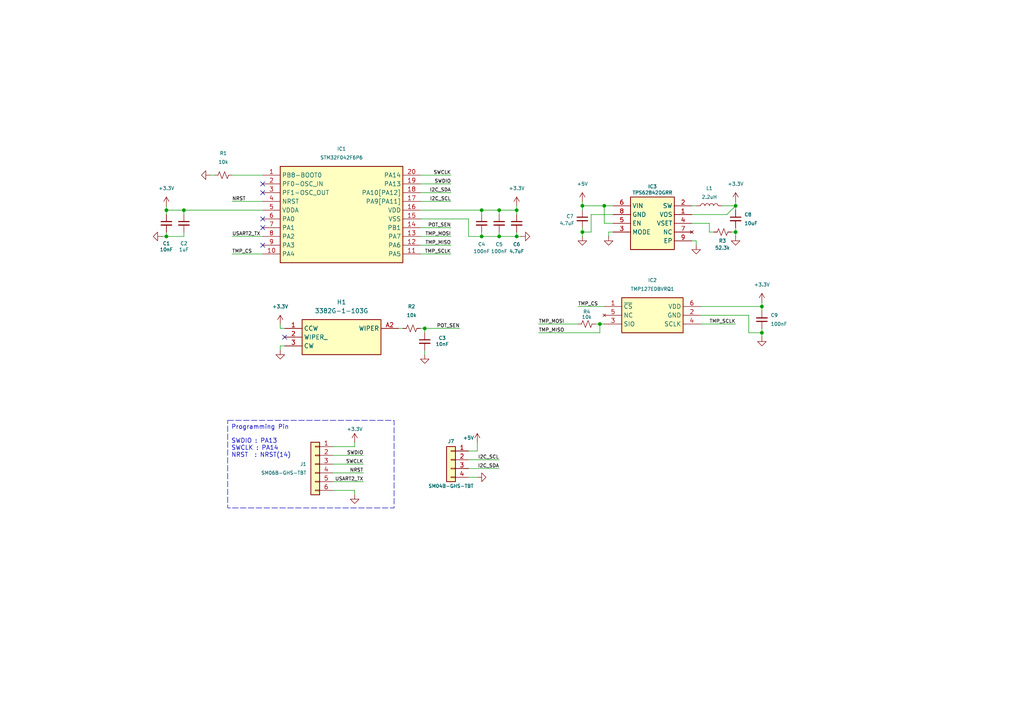
<source format=kicad_sch>
(kicad_sch (version 20250114) (generator "eeschema") (generator_version "9.0")
  (paper "A4")
  (lib_symbols
    (symbol "3382G-1-103G:3382G-1-103G"
      (property "Reference" "H" (at 29.21 7.62 0))
      (property "Value" "3382G-1-103G" (at 29.21 5.08 0))
      (symbol "3382G-1-103G_1_1"
        (rectangle (start 5.08 2.54) (end 27.94 -7.62) (stroke (width 0.254)) (fill (type background)))
        (pin passive line (at 0 0 0) (length 5.08) (name "CCW") (number "1"))
        (pin passive line (at 0 -2.54 0) (length 5.08) (name "WIPER_") (number "2"))
        (pin passive line (at 0 -5.08 0) (length 5.08) (name "CW") (number "3"))
        (pin passive line (at 33.02 0 180) (length 5.08) (name "WIPER") (number "A2"))
      )
    )
    (symbol "Connector_Generic:Conn_01x04" (pin_names (offset 1.016) (hide yes))
      (property "Reference" "J" (at 0 5.08 0))
      (property "Value" "Conn_01x04" (at 0 -7.62 0))
      (symbol "Conn_01x04_1_1"
        (rectangle (start -1.27 3.81) (end 1.27 -6.35) (stroke (width 0.254)) (fill (type background)))
        (rectangle (start -1.27 2.667) (end 0 2.413) (stroke (width 0.1524)))
        (rectangle (start -1.27 0.127) (end 0 -0.127) (stroke (width 0.1524)))
        (rectangle (start -1.27 -2.413) (end 0 -2.667) (stroke (width 0.1524)))
        (rectangle (start -1.27 -4.953) (end 0 -5.207) (stroke (width 0.1524)))
        (pin passive line (at -5.08 2.54 0) (length 3.81) (name "Pin_1") (number "1"))
        (pin passive line (at -5.08 0 0) (length 3.81) (name "Pin_2") (number "2"))
        (pin passive line (at -5.08 -2.54 0) (length 3.81) (name "Pin_3") (number "3"))
        (pin passive line (at -5.08 -5.08 0) (length 3.81) (name "Pin_4") (number "4"))
      )
    )
    (symbol "Connector_Generic:Conn_01x06" (pin_names (offset 1.016) (hide yes))
      (property "Reference" "J" (at 0 7.62 0))
      (property "Value" "Conn_01x06" (at 0 -10.16 0))
      (symbol "Conn_01x06_1_1"
        (rectangle (start -1.27 6.35) (end 1.27 -8.89) (stroke (width 0.254)) (fill (type background)))
        (rectangle (start -1.27 5.207) (end 0 4.953) (stroke (width 0.1524)))
        (rectangle (start -1.27 2.667) (end 0 2.413) (stroke (width 0.1524)))
        (rectangle (start -1.27 0.127) (end 0 -0.127) (stroke (width 0.1524)))
        (rectangle (start -1.27 -2.413) (end 0 -2.667) (stroke (width 0.1524)))
        (rectangle (start -1.27 -4.953) (end 0 -5.207) (stroke (width 0.1524)))
        (rectangle (start -1.27 -7.493) (end 0 -7.747) (stroke (width 0.1524)))
        (pin passive line (at -5.08 5.08 0) (length 3.81) (name "Pin_1") (number "1"))
        (pin passive line (at -5.08 2.54 0) (length 3.81) (name "Pin_2") (number "2"))
        (pin passive line (at -5.08 0 0) (length 3.81) (name "Pin_3") (number "3"))
        (pin passive line (at -5.08 -2.54 0) (length 3.81) (name "Pin_4") (number "4"))
        (pin passive line (at -5.08 -5.08 0) (length 3.81) (name "Pin_5") (number "5"))
        (pin passive line (at -5.08 -7.62 0) (length 3.81) (name "Pin_6") (number "6"))
      )
    )
    (symbol "Device:C_Small" (pin_numbers (hide yes)) (pin_names (offset 0.254) (hide yes))
      (property "Reference" "C" (at 0.254 1.778 0))
      (property "Value" "C_Small" (at 0.254 -2.032 0))
      (symbol "C_Small_0_1"
        (polyline (pts (xy -1.524 0.508) (xy 1.524 0.508)) (stroke (width 0.3048)))
        (polyline (pts (xy -1.524 -0.508) (xy 1.524 -0.508)) (stroke (width 0.3302)))
      )
      (symbol "C_Small_1_1"
        (pin passive line (at 0 2.54 270) (length 2.032) (name "~") (number "1"))
        (pin passive line (at 0 -2.54 90) (length 2.032) (name "~") (number "2"))
      )
    )
    (symbol "Device:L" (pin_numbers (hide yes)) (pin_names (offset 1.016) (hide yes))
      (property "Reference" "L" (at -1.27 0 90))
      (property "Value" "L" (at 1.905 0 90))
      (symbol "L_0_1"
        (arc (start 0 2.54) (mid 0.6323 1.905) (end 0 1.27))
        (arc (start 0 1.27) (mid 0.6323 0.635) (end 0 0))
        (arc (start 0 0) (mid 0.6323 -0.635) (end 0 -1.27))
        (arc (start 0 -1.27) (mid 0.6323 -1.905) (end 0 -2.54))
      )
      (symbol "L_1_1"
        (pin passive line (at 0 3.81 270) (length 1.27) (name "1") (number "1"))
        (pin passive line (at 0 -3.81 90) (length 1.27) (name "2") (number "2"))
      )
    )
    (symbol "Device:R_Small_US" (pin_numbers (hide yes)) (pin_names (offset 0.254) (hide yes))
      (property "Reference" "R" (at 0.762 0.508 0))
      (property "Value" "R_Small_US" (at 0.762 -1.016 0))
      (symbol "R_Small_US_1_1"
        (polyline (pts (xy 0 1.524) (xy 1.016 1.143) (xy 0 0.762) (xy -1.016 0.381) (xy 0 0)))
        (polyline (pts (xy 0 0) (xy 1.016 -0.381) (xy 0 -0.762) (xy -1.016 -1.143) (xy 0 -1.524)))
        (pin passive line (at 0 2.54 270) (length 1.016) (name "~") (number "1"))
        (pin passive line (at 0 -2.54 90) (length 1.016) (name "~") (number "2"))
      )
    )
    (symbol "STM32F042F6P6:STM32F042F6P6"
      (property "Reference" "IC" (at 41.91 7.62 0))
      (property "Value" "STM32F042F6P6" (at 41.91 5.08 0))
      (symbol "STM32F042F6P6_1_1"
        (rectangle (start 5.08 2.54) (end 40.64 -25.4) (stroke (width 0.254)) (fill (type background)))
        (pin passive line (at 0 0 0) (length 5.08) (name "PB8-BOOT0") (number "1"))
        (pin passive line (at 0 -2.54 0) (length 5.08) (name "PF0-OSC_IN") (number "2"))
        (pin passive line (at 0 -5.08 0) (length 5.08) (name "PF1-OSC_OUT") (number "3"))
        (pin passive line (at 0 -7.62 0) (length 5.08) (name "NRST") (number "4"))
        (pin passive line (at 0 -10.16 0) (length 5.08) (name "VDDA") (number "5"))
        (pin passive line (at 0 -12.7 0) (length 5.08) (name "PA0") (number "6"))
        (pin passive line (at 0 -15.24 0) (length 5.08) (name "PA1") (number "7"))
        (pin passive line (at 0 -17.78 0) (length 5.08) (name "PA2") (number "8"))
        (pin passive line (at 0 -20.32 0) (length 5.08) (name "PA3") (number "9"))
        (pin passive line (at 0 -22.86 0) (length 5.08) (name "PA4") (number "10"))
        (pin passive line (at 45.72 0 180) (length 5.08) (name "PA14") (number "20"))
        (pin passive line (at 45.72 -2.54 180) (length 5.08) (name "PA13") (number "19"))
        (pin passive line (at 45.72 -5.08 180) (length 5.08) (name "PA10[PA12]") (number "18"))
        (pin passive line (at 45.72 -7.62 180) (length 5.08) (name "PA9[PA11]") (number "17"))
        (pin passive line (at 45.72 -10.16 180) (length 5.08) (name "VDD") (number "16"))
        (pin passive line (at 45.72 -12.7 180) (length 5.08) (name "VSS") (number "15"))
        (pin passive line (at 45.72 -15.24 180) (length 5.08) (name "PB1") (number "14"))
        (pin passive line (at 45.72 -17.78 180) (length 5.08) (name "PA7") (number "13"))
        (pin passive line (at 45.72 -20.32 180) (length 5.08) (name "PA6") (number "12"))
        (pin passive line (at 45.72 -22.86 180) (length 5.08) (name "PA5") (number "11"))
      )
    )
    (symbol "TMP127EDBVRQ1:TMP127EDBVRQ1"
      (property "Reference" "IC3" (at 13.97 7.62 0))
      (property "Value" "TMP127EDBVRQ1" (at 13.97 5.08 0))
      (symbol "TMP127EDBVRQ1_1_1"
        (rectangle (start 5.08 2.54) (end 22.86 -7.62) (stroke (width 0.254)) (fill (type background)))
        (pin passive line (at 0 0 0) (length 5.08) (name "~{CS}") (number "1"))
        (pin no_connect line (at 0 -2.54 0) (length 5.08) (name "NC") (number "5"))
        (pin passive line (at 0 -5.08 0) (length 5.08) (name "SIO") (number "3"))
        (pin passive line (at 27.94 0 180) (length 5.08) (name "VDD") (number "6"))
        (pin passive line (at 27.94 -2.54 180) (length 5.08) (name "GND") (number "2"))
        (pin passive line (at 27.94 -5.08 180) (length 5.08) (name "SCLK") (number "4"))
      )
    )
    (symbol "TPS62842DGRR:TPS62842DGRR"
      (property "Reference" "IC" (at 0 11.43 0))
      (property "Value" "TPS62842DGRR" (at 0 8.89 0))
      (symbol "TPS62842DGRR_1_1"
        (rectangle (start -6.35 7.62) (end 6.35 -7.62) (stroke (width 0.254)) (fill (type background)))
        (pin passive line (at -11.43 5.08 0) (length 5.08) (name "VIN") (number "6"))
        (pin passive line (at -11.43 2.54 0) (length 5.08) (name "GND") (number "8"))
        (pin passive line (at -11.43 0 0) (length 5.08) (name "EN") (number "5"))
        (pin passive line (at -11.43 -2.54 0) (length 5.08) (name "MODE") (number "3"))
        (pin passive line (at 11.43 5.08 180) (length 5.08) (name "SW") (number "2"))
        (pin passive line (at 11.43 2.54 180) (length 5.08) (name "VOS") (number "1"))
        (pin passive line (at 11.43 0 180) (length 5.08) (name "VSET") (number "4"))
        (pin no_connect line (at 11.43 -2.54 180) (length 5.08) (name "NC") (number "7"))
        (pin passive line (at 11.43 -5.08 180) (length 5.08) (name "EP") (number "9"))
      )
    )
    (symbol "power:+3.3V" (power) (pin_numbers (hide yes)) (pin_names (offset 0) (hide yes))
      (property "Value" "+3.3V" (at 0 3.556 0))
      (symbol "+3.3V_0_1"
        (polyline (pts (xy -0.762 1.27) (xy 0 2.54)))
        (polyline (pts (xy 0 2.54) (xy 0.762 1.27)))
        (polyline (pts (xy 0 0) (xy 0 2.54)))
      )
      (symbol "+3.3V_1_1"
        (pin power_in line (at 0 0 90) (length 0) (name "~") (number "1"))
      )
    )
    (symbol "power:+5V" (power) (pin_numbers (hide yes)) (pin_names (offset 0) (hide yes))
      (property "Value" "+5V" (at 0 3.556 0))
      (symbol "+5V_0_1"
        (polyline (pts (xy -0.762 1.27) (xy 0 2.54)))
        (polyline (pts (xy 0 2.54) (xy 0.762 1.27)))
        (polyline (pts (xy 0 0) (xy 0 2.54)))
      )
      (symbol "+5V_1_1"
        (pin power_in line (at 0 0 90) (length 0) (name "~") (number "1"))
      )
    )
    (symbol "power:GND" (power) (pin_numbers (hide yes)) (pin_names (offset 0) (hide yes))
      (property "Value" "GND" (at 0 -3.81 0))
      (symbol "GND_0_1"
        (polyline (pts (xy 0 0) (xy 0 -1.27) (xy 1.27 -1.27) (xy 0 -2.54) (xy -1.27 -1.27) (xy 0 -1.27)))
      )
      (symbol "GND_1_1"
        (pin power_in line (at 0 0 270) (length 0) (name "~") (number "1"))
      )
    )
  )
  (rectangle (start 66.04 121.92) (end 114.3 147.32) (stroke (width 0) (type dash)))
  (text "Programming Pin" (at 67.056 124.714 0) (effects (font (size 1.27 1.27)) (justify left bottom)))
  (text "SWDIO : PA13\nSWCLK : PA14\nNRST  : NRST(14)" (at 67.056 127.254 0) (effects (font (size 1.27 1.27)) (justify left top)))
  (junction (at 139.7 68.58))
  (junction (at 144.78 68.58))
  (junction (at 53.34 60.96))
  (junction (at 213.36 67.31))
  (junction (at 149.86 60.96))
  (junction (at 168.91 59.69))
  (junction (at 139.7 60.96))
  (junction (at 168.91 67.31))
  (junction (at 220.98 96.52))
  (junction (at 149.86 68.58))
  (junction (at 144.78 60.96))
  (junction (at 220.98 88.9))
  (junction (at 48.26 60.96))
  (junction (at 48.26 68.58))
  (junction (at 173.99 93.98))
  (junction (at 123.19 95.25))
  (junction (at 175.26 59.69))
  (junction (at 213.36 59.69))
  (no_connect (at 76.2 63.5))
  (no_connect (at 76.2 71.12))
  (no_connect (at 82.55 97.79))
  (no_connect (at 76.2 55.88))
  (no_connect (at 76.2 53.34))
  (no_connect (at 76.2 66.04))
  (wire (pts (xy 217.17 91.44) (xy 217.17 96.52)))
  (wire (pts (xy 96.52 139.7) (xy 105.41 139.7)))
  (wire (pts (xy 133.35 95.25) (xy 123.19 95.25)))
  (wire (pts (xy 210.82 62.23) (xy 213.36 59.69)))
  (wire (pts (xy 168.91 66.04) (xy 168.91 67.31)))
  (wire (pts (xy 53.34 60.96) (xy 53.34 62.23)))
  (wire (pts (xy 105.41 137.16) (xy 96.52 137.16)))
  (wire (pts (xy 81.28 100.33) (xy 81.28 101.6)))
  (wire (pts (xy 175.26 64.77) (xy 175.26 59.69)))
  (wire (pts (xy 139.7 67.31) (xy 139.7 68.58)))
  (wire (pts (xy 144.78 60.96) (xy 144.78 62.23)))
  (wire (pts (xy 168.91 67.31) (xy 168.91 68.58)))
  (wire (pts (xy 200.66 69.85) (xy 201.93 69.85)))
  (wire (pts (xy 144.78 60.96) (xy 149.86 60.96)))
  (wire (pts (xy 96.52 129.54) (xy 102.87 129.54)))
  (wire (pts (xy 60.96 50.8) (xy 62.23 50.8)))
  (wire (pts (xy 213.36 67.31) (xy 213.36 68.58)))
  (wire (pts (xy 205.74 64.77) (xy 205.74 67.31)))
  (wire (pts (xy 168.91 59.69) (xy 168.91 60.96)))
  (wire (pts (xy 144.78 67.31) (xy 144.78 68.58)))
  (wire (pts (xy 176.53 67.31) (xy 176.53 68.58)))
  (wire (pts (xy 168.91 58.42) (xy 168.91 59.69)))
  (wire (pts (xy 121.92 68.58) (xy 130.81 68.58)))
  (wire (pts (xy 138.43 128.27) (xy 138.43 130.81)))
  (wire (pts (xy 81.28 100.33) (xy 82.55 100.33)))
  (wire (pts (xy 149.86 67.31) (xy 149.86 68.58)))
  (wire (pts (xy 139.7 60.96) (xy 144.78 60.96)))
  (wire (pts (xy 213.36 66.04) (xy 213.36 67.31)))
  (wire (pts (xy 135.89 138.43) (xy 138.43 138.43)))
  (wire (pts (xy 48.26 67.31) (xy 48.26 68.58)))
  (wire (pts (xy 53.34 68.58) (xy 48.26 68.58)))
  (wire (pts (xy 149.86 68.58) (xy 151.13 68.58)))
  (wire (pts (xy 171.45 67.31) (xy 168.91 67.31)))
  (wire (pts (xy 144.78 135.89) (xy 135.89 135.89)))
  (wire (pts (xy 130.81 50.8) (xy 121.92 50.8)))
  (wire (pts (xy 213.36 60.96) (xy 213.36 59.69)))
  (wire (pts (xy 139.7 68.58) (xy 144.78 68.58)))
  (wire (pts (xy 53.34 60.96) (xy 76.2 60.96)))
  (wire (pts (xy 200.66 64.77) (xy 205.74 64.77)))
  (wire (pts (xy 121.92 95.25) (xy 123.19 95.25)))
  (wire (pts (xy 212.09 67.31) (xy 213.36 67.31)))
  (wire (pts (xy 201.93 71.12) (xy 201.93 69.85)))
  (wire (pts (xy 156.21 96.52) (xy 173.99 96.52)))
  (wire (pts (xy 149.86 60.96) (xy 149.86 62.23)))
  (wire (pts (xy 149.86 59.69) (xy 149.86 60.96)))
  (wire (pts (xy 203.2 93.98) (xy 213.36 93.98)))
  (wire (pts (xy 48.26 60.96) (xy 48.26 62.23)))
  (wire (pts (xy 167.64 88.9) (xy 175.26 88.9)))
  (wire (pts (xy 67.31 68.58) (xy 76.2 68.58)))
  (wire (pts (xy 123.19 101.6) (xy 123.19 102.87)))
  (wire (pts (xy 220.98 95.25) (xy 220.98 96.52)))
  (wire (pts (xy 105.41 132.08) (xy 96.52 132.08)))
  (wire (pts (xy 217.17 96.52) (xy 220.98 96.52)))
  (wire (pts (xy 96.52 142.24) (xy 102.87 142.24)))
  (wire (pts (xy 130.81 55.88) (xy 121.92 55.88)))
  (wire (pts (xy 220.98 88.9) (xy 220.98 90.17)))
  (wire (pts (xy 130.81 53.34) (xy 121.92 53.34)))
  (wire (pts (xy 200.66 62.23) (xy 210.82 62.23)))
  (wire (pts (xy 177.8 64.77) (xy 175.26 64.77)))
  (wire (pts (xy 220.98 96.52) (xy 220.98 97.79)))
  (wire (pts (xy 102.87 142.24) (xy 102.87 143.51)))
  (wire (pts (xy 156.21 93.98) (xy 167.64 93.98)))
  (wire (pts (xy 115.57 95.25) (xy 116.84 95.25)))
  (wire (pts (xy 105.41 134.62) (xy 96.52 134.62)))
  (wire (pts (xy 67.31 73.66) (xy 76.2 73.66)))
  (wire (pts (xy 121.92 73.66) (xy 130.81 73.66)))
  (wire (pts (xy 48.26 68.58) (xy 46.99 68.58)))
  (wire (pts (xy 48.26 59.69) (xy 48.26 60.96)))
  (wire (pts (xy 173.99 93.98) (xy 173.99 96.52)))
  (wire (pts (xy 135.89 63.5) (xy 135.89 68.58)))
  (wire (pts (xy 67.31 50.8) (xy 76.2 50.8)))
  (wire (pts (xy 171.45 62.23) (xy 171.45 67.31)))
  (wire (pts (xy 123.19 95.25) (xy 123.19 96.52)))
  (wire (pts (xy 203.2 91.44) (xy 217.17 91.44)))
  (wire (pts (xy 81.28 93.98) (xy 81.28 95.25)))
  (wire (pts (xy 67.31 58.42) (xy 76.2 58.42)))
  (wire (pts (xy 200.66 59.69) (xy 201.93 59.69)))
  (wire (pts (xy 53.34 67.31) (xy 53.34 68.58)))
  (wire (pts (xy 48.26 60.96) (xy 53.34 60.96)))
  (wire (pts (xy 121.92 71.12) (xy 130.81 71.12)))
  (wire (pts (xy 173.99 93.98) (xy 175.26 93.98)))
  (wire (pts (xy 213.36 59.69) (xy 209.55 59.69)))
  (wire (pts (xy 121.92 66.04) (xy 130.81 66.04)))
  (wire (pts (xy 121.92 63.5) (xy 135.89 63.5)))
  (wire (pts (xy 171.45 62.23) (xy 177.8 62.23)))
  (wire (pts (xy 138.43 130.81) (xy 135.89 130.81)))
  (wire (pts (xy 213.36 58.42) (xy 213.36 59.69)))
  (wire (pts (xy 81.28 95.25) (xy 82.55 95.25)))
  (wire (pts (xy 139.7 60.96) (xy 139.7 62.23)))
  (wire (pts (xy 177.8 59.69) (xy 175.26 59.69)))
  (wire (pts (xy 144.78 68.58) (xy 149.86 68.58)))
  (wire (pts (xy 130.81 58.42) (xy 121.92 58.42)))
  (wire (pts (xy 205.74 67.31) (xy 207.01 67.31)))
  (wire (pts (xy 168.91 59.69) (xy 175.26 59.69)))
  (wire (pts (xy 102.87 128.27) (xy 102.87 129.54)))
  (wire (pts (xy 220.98 87.63) (xy 220.98 88.9)))
  (wire (pts (xy 172.72 93.98) (xy 173.99 93.98)))
  (wire (pts (xy 144.78 133.35) (xy 135.89 133.35)))
  (wire (pts (xy 203.2 88.9) (xy 220.98 88.9)))
  (wire (pts (xy 135.89 68.58) (xy 139.7 68.58)))
  (wire (pts (xy 177.8 67.31) (xy 176.53 67.31)))
  (wire (pts (xy 121.92 60.96) (xy 139.7 60.96)))
  (label "I2C_SCL" (at 130.81 58.42 180) (effects (font (size 1 1))))
  (label "I2C_SDA" (at 144.78 135.89 180) (effects (font (size 1 1))))
  (label "SWCLK" (at 105.41 134.62 180) (effects (font (size 1 1))))
  (label "TMP_MOSI" (at 156.21 93.98 0) (effects (font (size 1 1))))
  (label "TMP_MISO" (at 156.21 96.52 0) (effects (font (size 1 1))))
  (label "NRST" (at 105.41 137.16 180) (effects (font (size 1 1))))
  (label "TMP_SCLK" (at 130.81 73.66 180) (effects (font (size 1 1))))
  (label "POT_SEN" (at 130.81 66.04 180) (effects (font (size 1 1))))
  (label "SWDIO" (at 105.41 132.08 180) (effects (font (size 1 1))))
  (label "SWCLK" (at 130.81 50.8 180) (effects (font (size 1 1))))
  (label "I2C_SDA" (at 130.81 55.88 180) (effects (font (size 1 1))))
  (label "USART2_TX" (at 67.31 68.58 0) (effects (font (size 1 1))))
  (label "TMP_MISO" (at 130.81 71.12 180) (effects (font (size 1 1))))
  (label "SWDIO" (at 130.81 53.34 180) (effects (font (size 1 1))))
  (label "I2C_SCL" (at 144.78 133.35 180) (effects (font (size 1 1))))
  (label "NRST" (at 67.31 58.42 0) (effects (font (size 1 1))))
  (label "USART2_TX" (at 105.41 139.7 180) (effects (font (size 1 1))))
  (label "TMP_CS" (at 67.31 73.66 0) (effects (font (size 1 1))))
  (label "TMP_SCLK" (at 213.36 93.98 180) (effects (font (size 1 1))))
  (label "POT_SEN" (at 133.35 95.25 180) (effects (font (size 1 1))))
  (label "TMP_CS" (at 167.64 88.9 0) (effects (font (size 1 1))))
  (label "TMP_MOSI" (at 130.81 68.58 180) (effects (font (size 1 1))))
  (symbol (lib_id "Device:R_Small_US") (at 170.18 93.98 90) (unit 1)
    (property "Reference" "R4" (at 170.18 90.424 90) (effects (font (size 1 1))))
    (property "Value" "10k" (at 170.18 91.948 90) (effects (font (size 1 1))))
    (property "Footprint" "Resistor_SMD:R_0603_1608Metric" (effects (hide yes)))
    (property "Description" "Resistor, small US symbol" (effects (hide yes)))
    (property "LCSC" "C15401" (effects (hide yes)))
  )
  (symbol (lib_id "Device:C_Small") (at 168.91 63.5 0) (unit 1)
    (property "Reference" "C7" (at 166.37 62.738 0) (effects (font (size 1 1)) (justify right)))
    (property "Value" "4.7uF" (at 166.624 64.77 0) (effects (font (size 1 1)) (justify right)))
    (property "Footprint" "Capacitor_SMD:C_0603_1608Metric" (effects (hide yes)))
    (property "Description" "Unpolarized capacitor, small symbol" (effects (hide yes)))
    (property "LCSC" "C1705" (effects (hide yes)))
  )
  (symbol (lib_id "power:+3.3V") (at 102.87 128.27 0) (unit 1)
    (property "Reference" "#PWR017" (effects (hide yes)))
    (property "Value" "+3.3V" (at 102.87 124.46 0) (effects (font (size 1 1))))
    (property "Description" "Power symbol creates a global label with name \"+3.3V\"" (effects (hide yes)))
  )
  (symbol (lib_id "STM32F042F6P6:STM32F042F6P6") (at 76.2 50.8 0) (unit 1)
    (property "Reference" "IC1" (at 99.06 43.18 0) (effects (font (size 1 1))))
    (property "Value" "STM32F042F6P6" (at 99.06 45.72 0) (effects (font (size 1 1))))
    (property "Footprint" "STM32F042F6P6:STM32F042F6P6" (effects (hide yes)))
    (property "Datasheet" "http://www.st.com/content/ccc/resource/technical/document/datasheet/52/ad/d0/80/e6/be/40/ad/DM00105814.pdf/files/DM00105814.pdf/jcr:content/translations/en.DM00105814.pdf" (effects (hide yes)))
    (property "Description" "32-Bit MCU 32K Flash USB2.0 CAN TSSOP20 STMicroelectronics STM32F042F6P6, 32bit ARM Cortex M0 Microcontroller, 48MHz, 32 kB Flash, 20-Pin TSSOP" (effects (hide yes)))
    (property "Height" "1.2" (effects (hide yes)))
    (property "Manufacturer_Name" "STMicroelectronics" (effects (hide yes)))
    (property "Manufacturer_Part_Number" "STM32F042F6P6" (effects (hide yes)))
    (property "Mouser Part Number" "511-STM32F042F6P6" (effects (hide yes)))
    (property "Mouser Price/Stock" "https://www.mouser.co.uk/ProductDetail/STMicroelectronics/STM32F042F6P6?qs=4b8myOmUP%252BsTtpJfUMo83g%3D%3D" (effects (hide yes)))
    (property "Arrow Part Number" "STM32F042F6P6" (effects (hide yes)))
    (property "Arrow Price/Stock" "https://www.arrow.com/en/products/stm32f042f6p6/stmicroelectronics?region=europe" (effects (hide yes)))
    (property "LCSC" "C81000" (effects (hide yes)))
  )
  (symbol (lib_id "power:GND") (at 138.43 138.43 90) (mirror x) (unit 1)
    (property "Reference" "#PWR097" (effects (hide yes)))
    (property "Value" "GND" (effects (hide yes)))
    (property "Description" "Power symbol creates a global label with name \"GND\" , ground" (effects (hide yes)))
  )
  (symbol (lib_id "power:GND") (at 60.96 50.8 270) (unit 1)
    (property "Reference" "#PWR03" (effects (hide yes)))
    (property "Value" "GND" (effects (hide yes)))
    (property "Description" "Power symbol creates a global label with name \"GND\" , ground" (effects (hide yes)))
  )
  (symbol (lib_id "power:GND") (at 46.99 68.58 270) (unit 1)
    (property "Reference" "#PWR01" (effects (hide yes)))
    (property "Value" "GND" (effects (hide yes)))
    (property "Description" "Power symbol creates a global label with name \"GND\" , ground" (effects (hide yes)))
  )
  (symbol (lib_id "Device:C_Small") (at 48.26 64.77 0) (unit 1)
    (property "Reference" "C1" (at 48.26 70.612 0) (effects (font (size 1 1))))
    (property "Value" "10nF" (at 48.26 72.39 0) (effects (font (size 1 1))))
    (property "Footprint" "Capacitor_SMD:C_0603_1608Metric" (effects (hide yes)))
    (property "Description" "Unpolarized capacitor, small symbol" (effects (hide yes)))
    (property "LCSC" "C1589" (effects (hide yes)))
  )
  (symbol (lib_id "power:GND") (at 102.87 143.51 0) (unit 1)
    (property "Reference" "#PWR018" (effects (hide yes)))
    (property "Value" "GND" (effects (hide yes)))
    (property "Description" "Power symbol creates a global label with name \"GND\" , ground" (effects (hide yes)))
  )
  (symbol (lib_id "3382G-1-103G:3382G-1-103G") (at 82.55 95.25 0) (unit 1)
    (property "Reference" "H1" (at 99.06 87.63 0))
    (property "Value" "3382G-1-103G" (at 99.06 90.17 0))
    (property "Footprint" "3382G1103G:3382G1103G" (effects (hide yes)))
    (property "Datasheet" "https://www.bourns.com/data/global/pdfs/3382.pdf" (effects (hide yes)))
    (property "Description" "Board Mount Motion & Position Sensors 10Kohms 12mm Sq SMD ROTARY POS SENSOR" (effects (hide yes)))
    (property "Height" "2.71" (effects (hide yes)))
    (property "Mouser Part Number" "652-3382G-1-103G" (effects (hide yes)))
    (property "Mouser Price/Stock" "https://www.mouser.co.uk/ProductDetail/Bourns/3382G-1-103G?qs=AgBp2OyFlx%2FKuZqq5DE8cg%3D%3D" (effects (hide yes)))
    (property "Manufacturer_Name" "Bourns" (effects (hide yes)))
    (property "Manufacturer_Part_Number" "3382G-1-103G" (effects (hide yes)))
    (property "LCSC" "C2153595" (effects (hide yes)))
  )
  (symbol (lib_id "Device:R_Small_US") (at 209.55 67.31 90) (unit 1)
    (property "Reference" "R3" (at 209.55 69.85 90) (effects (font (size 1 1))))
    (property "Value" "52.3k" (at 209.55 71.882 90) (effects (font (size 1 1))))
    (property "Footprint" "Resistor_SMD:R_0603_1608Metric" (effects (hide yes)))
    (property "Description" "Resistor, small US symbol" (effects (hide yes)))
    (property "LCSC" "C23198" (effects (hide yes)))
  )
  (symbol (lib_id "power:+3.3V") (at 81.28 93.98 0) (unit 1)
    (property "Reference" "#PWR04" (effects (hide yes)))
    (property "Value" "+3.3V" (at 81.28 88.9 0) (effects (font (size 1 1))))
    (property "Description" "Power symbol creates a global label with name \"+3.3V\"" (effects (hide yes)))
  )
  (symbol (lib_id "Device:C_Small") (at 144.78 64.77 0) (unit 1)
    (property "Reference" "C5" (at 144.78 70.866 0) (effects (font (size 1 1))))
    (property "Value" "100nF" (at 144.78 72.898 0) (effects (font (size 1 1))))
    (property "Footprint" "Capacitor_SMD:C_0603_1608Metric" (effects (hide yes)))
    (property "Description" "Unpolarized capacitor, small symbol" (effects (hide yes)))
    (property "LCSC" "C1590" (effects (hide yes)))
  )
  (symbol (lib_id "power:+5V") (at 138.43 128.27 0) (mirror y) (unit 1)
    (property "Reference" "#PWR096" (effects (hide yes)))
    (property "Value" "+5V" (at 135.89 127 0) (effects (font (size 1 1))))
    (property "Description" "Power symbol creates a global label with name \"+5V\"" (effects (hide yes)))
  )
  (symbol (lib_id "power:+5V") (at 168.91 58.42 0) (unit 1)
    (property "Reference" "#PWR09" (effects (hide yes)))
    (property "Value" "+5V" (at 168.91 53.34 0) (effects (font (size 1 1))))
    (property "Description" "Power symbol creates a global label with name \"+5V\"" (effects (hide yes)))
  )
  (symbol (lib_id "power:+3.3V") (at 220.98 87.63 0) (unit 1)
    (property "Reference" "#PWR015" (effects (hide yes)))
    (property "Value" "+3.3V" (at 220.98 82.55 0) (effects (font (size 1 1))))
    (property "Description" "Power symbol creates a global label with name \"+3.3V\"" (effects (hide yes)))
  )
  (symbol (lib_id "Device:C_Small") (at 149.86 64.77 0) (unit 1)
    (property "Reference" "C6" (at 149.86 70.866 0) (effects (font (size 1 1))))
    (property "Value" "4.7uF" (at 149.86 72.898 0) (effects (font (size 1 1))))
    (property "Footprint" "Capacitor_SMD:C_0603_1608Metric" (effects (hide yes)))
    (property "Description" "Unpolarized capacitor, small symbol" (effects (hide yes)))
    (property "LCSC" "C1705" (effects (hide yes)))
  )
  (symbol (lib_id "TMP127EDBVRQ1:TMP127EDBVRQ1") (at 175.26 88.9 0) (unit 1)
    (property "Reference" "IC2" (at 189.23 81.28 0) (effects (font (size 1 1))))
    (property "Value" "TMP127EDBVRQ1" (at 189.23 83.82 0) (effects (font (size 1 1))))
    (property "Footprint" "TMP127EDBVRQ1:SOT95P280X145-6N" (effects (hide yes)))
    (property "Datasheet" "https://www.ti.com/lit/ds/symlink/tmp127-q1.pdf?ts=1649294911130&ref_url=https%253A%252F%252Fwww.ti.com%252Fproduct%252FTMP127-Q1" (effects (hide yes)))
    (property "Description" "Board Mount Temperature Sensors Automotive +/-0.8 C SPI temperature sensor with 175 C operation 6-SOT-23 -55 to 175" (effects (hide yes)))
    (property "Height" "1.45" (effects (hide yes)))
    (property "Mouser Part Number" "595-TMP127EDBVRQ1" (effects (hide yes)))
    (property "Mouser Price/Stock" "https://www.mouser.co.uk/ProductDetail/Texas-Instruments/TMP127EDBVRQ1?qs=Znm5pLBrcAIt0n8dxW84dg%3D%3D" (effects (hide yes)))
    (property "Manufacturer_Name" "Texas Instruments" (effects (hide yes)))
    (property "Manufacturer_Part_Number" "TMP127EDBVRQ1" (effects (hide yes)))
    (property "LCSC" "C5219523" (effects (hide yes)))
  )
  (symbol (lib_id "Device:C_Small") (at 123.19 99.06 0) (unit 1)
    (property "Reference" "C3" (at 128.27 98.044 0) (effects (font (size 1 1))))
    (property "Value" "10nF" (at 128.27 99.822 0) (effects (font (size 1 1))))
    (property "Footprint" "Capacitor_SMD:C_0603_1608Metric" (effects (hide yes)))
    (property "Description" "Unpolarized capacitor, small symbol" (effects (hide yes)))
    (property "LCSC" "C1589" (effects (hide yes)))
  )
  (symbol (lib_id "power:GND") (at 201.93 71.12 0) (unit 1)
    (property "Reference" "#PWR012" (effects (hide yes)))
    (property "Value" "GND" (effects (hide yes)))
    (property "Description" "Power symbol creates a global label with name \"GND\" , ground" (effects (hide yes)))
  )
  (symbol (lib_id "Device:L") (at 205.74 59.69 90) (unit 1)
    (property "Reference" "L1" (at 205.74 54.61 90) (effects (font (size 1 1))))
    (property "Value" "2.2uH" (at 205.74 57.15 90) (effects (font (size 1 1))))
    (property "Footprint" "VLS201610ET-2R2M:VLS201610ET-2R2M" (effects (hide yes)))
    (property "Description" "Inductor" (effects (hide yes)))
    (property "LCSC" " C136230" (effects (hide yes)))
  )
  (symbol (lib_id "power:GND") (at 151.13 68.58 90) (unit 1)
    (property "Reference" "#PWR08" (effects (hide yes)))
    (property "Value" "GND" (effects (hide yes)))
    (property "Description" "Power symbol creates a global label with name \"GND\" , ground" (effects (hide yes)))
  )
  (symbol (lib_id "Connector_Generic:Conn_01x04") (at 130.81 133.35 0) (mirror y) (unit 1)
    (property "Reference" "J7" (at 130.81 128.016 0) (effects (font (size 1 1))))
    (property "Value" "SM04B-GHS-TBT" (at 130.81 140.97 0) (effects (font (size 1 1))))
    (property "Footprint" "JST_GH_SM:JST_GH_SM04B-GHS-TB_04x1.25mm_Angled" (effects (hide yes)))
    (property "Description" "Generic connector, single row, 01x04, script generated (kicad-library-utils/schlib/autogen/connector/)" (effects (hide yes)))
    (property "LCSC" "C189895" (effects (hide yes)))
  )
  (symbol (lib_id "Device:C_Small") (at 53.34 64.77 0) (unit 1)
    (property "Reference" "C2" (at 53.34 70.612 0) (effects (font (size 1 1))))
    (property "Value" "1uF" (at 53.34 72.39 0) (effects (font (size 1 1))))
    (property "Footprint" "Capacitor_SMD:C_0603_1608Metric" (effects (hide yes)))
    (property "Description" "Unpolarized capacitor, small symbol" (effects (hide yes)))
    (property "LCSC" "C1592" (effects (hide yes)))
  )
  (symbol (lib_id "Device:R_Small_US") (at 119.38 95.25 90) (unit 1)
    (property "Reference" "R2" (at 119.38 88.9 90) (effects (font (size 1 1))))
    (property "Value" "10k" (at 119.38 91.44 90) (effects (font (size 1 1))))
    (property "Footprint" "Resistor_SMD:R_0603_1608Metric" (effects (hide yes)))
    (property "Description" "Resistor, small US symbol" (effects (hide yes)))
    (property "LCSC" "C15401" (effects (hide yes)))
  )
  (symbol (lib_id "power:GND") (at 123.19 102.87 0) (unit 1)
    (property "Reference" "#PWR06" (effects (hide yes)))
    (property "Value" "GND" (effects (hide yes)))
    (property "Description" "Power symbol creates a global label with name \"GND\" , ground" (effects (hide yes)))
  )
  (symbol (lib_id "power:GND") (at 220.98 97.79 0) (unit 1)
    (property "Reference" "#PWR016" (effects (hide yes)))
    (property "Value" "GND" (effects (hide yes)))
    (property "Description" "Power symbol creates a global label with name \"GND\" , ground" (effects (hide yes)))
  )
  (symbol (lib_id "Device:R_Small_US") (at 64.77 50.8 90) (unit 1)
    (property "Reference" "R1" (at 64.77 44.45 90) (effects (font (size 1 1))))
    (property "Value" "10k" (at 64.77 46.99 90) (effects (font (size 1 1))))
    (property "Footprint" "Resistor_SMD:R_0603_1608Metric" (effects (hide yes)))
    (property "Description" "Resistor, small US symbol" (effects (hide yes)))
    (property "LCSC" "C15401" (effects (hide yes)))
  )
  (symbol (lib_id "Device:C_Small") (at 213.36 63.5 0) (unit 1)
    (property "Reference" "C8" (at 215.9 62.2363 0) (effects (font (size 1 1)) (justify left)))
    (property "Value" "10uF" (at 215.9 64.7763 0) (effects (font (size 1 1)) (justify left)))
    (property "Footprint" "Capacitor_SMD:C_0603_1608Metric" (effects (hide yes)))
    (property "Description" "Unpolarized capacitor, small symbol" (effects (hide yes)))
    (property "LCSC" "C1691" (effects (hide yes)))
  )
  (symbol (lib_id "Connector_Generic:Conn_01x06") (at 91.44 134.62 0) (mirror y) (unit 1)
    (property "Reference" "J1" (at 88.9 134.62 0) (effects (font (size 1 1)) (justify left)))
    (property "Value" "SM06B-GHS-TBT" (at 88.9 137.16 0) (effects (font (size 1 1)) (justify left)))
    (property "Footprint" "Connector_PinHeader_2.54mm:PinHeader_1x01_P2.54mm_Vertical" (effects (hide yes)))
    (property "Description" "Generic connector, single row, 01x06, script generated (kicad-library-utils/schlib/autogen/connector/)" (effects (hide yes)))
    (property "LCSC" "C133065" (effects (hide yes)))
  )
  (symbol (lib_id "power:+3.3V") (at 48.26 59.69 0) (unit 1)
    (property "Reference" "#PWR02" (effects (hide yes)))
    (property "Value" "+3.3V" (at 48.26 54.61 0) (effects (font (size 1 1))))
    (property "Description" "Power symbol creates a global label with name \"+3.3V\"" (effects (hide yes)))
  )
  (symbol (lib_id "Device:C_Small") (at 220.98 92.71 180) (unit 1)
    (property "Reference" "C9" (at 223.52 91.4336 0) (effects (font (size 1 1)) (justify right)))
    (property "Value" "100nF" (at 223.52 93.9736 0) (effects (font (size 1 1)) (justify right)))
    (property "Footprint" "Capacitor_SMD:C_0603_1608Metric" (effects (hide yes)))
    (property "Description" "Unpolarized capacitor, small symbol" (effects (hide yes)))
    (property "LCSC" "C1590" (effects (hide yes)))
  )
  (symbol (lib_id "power:+3.3V") (at 149.86 59.69 0) (unit 1)
    (property "Reference" "#PWR07" (effects (hide yes)))
    (property "Value" "+3.3V" (at 149.86 54.61 0) (effects (font (size 1 1))))
    (property "Description" "Power symbol creates a global label with name \"+3.3V\"" (effects (hide yes)))
  )
  (symbol (lib_id "power:GND") (at 176.53 68.58 0) (unit 1)
    (property "Reference" "#PWR011" (effects (hide yes)))
    (property "Value" "GND" (effects (hide yes)))
    (property "Description" "Power symbol creates a global label with name \"GND\" , ground" (effects (hide yes)))
  )
  (symbol (lib_id "power:GND") (at 213.36 68.58 0) (unit 1)
    (property "Reference" "#PWR014" (effects (hide yes)))
    (property "Value" "GND" (effects (hide yes)))
    (property "Description" "Power symbol creates a global label with name \"GND\" , ground" (effects (hide yes)))
  )
  (symbol (lib_id "power:GND") (at 168.91 68.58 0) (unit 1)
    (property "Reference" "#PWR010" (effects (hide yes)))
    (property "Value" "GND" (effects (hide yes)))
    (property "Description" "Power symbol creates a global label with name \"GND\" , ground" (effects (hide yes)))
  )
  (symbol (lib_id "power:GND") (at 81.28 101.6 0) (unit 1)
    (property "Reference" "#PWR05" (effects (hide yes)))
    (property "Value" "GND" (effects (hide yes)))
    (property "Description" "Power symbol creates a global label with name \"GND\" , ground" (effects (hide yes)))
  )
  (symbol (lib_id "Device:C_Small") (at 139.7 64.77 0) (unit 1)
    (property "Reference" "C4" (at 139.7 70.866 0) (effects (font (size 1 1))))
    (property "Value" "100nF" (at 139.7 72.898 0) (effects (font (size 1 1))))
    (property "Footprint" "Capacitor_SMD:C_0603_1608Metric" (effects (hide yes)))
    (property "Description" "Unpolarized capacitor, small symbol" (effects (hide yes)))
    (property "LCSC" "C1590" (effects (hide yes)))
  )
  (symbol (lib_id "power:+3.3V") (at 213.36 58.42 0) (unit 1)
    (property "Reference" "#PWR013" (effects (hide yes)))
    (property "Value" "+3.3V" (at 213.36 53.34 0) (effects (font (size 1 1))))
    (property "Description" "Power symbol creates a global label with name \"+3.3V\"" (effects (hide yes)))
  )
  (symbol (lib_id "TPS62842DGRR:TPS62842DGRR") (at 189.23 64.77 0) (unit 1)
    (property "Reference" "IC3" (at 189.23 54.102 0) (effects (font (size 1 1))))
    (property "Value" "TPS62842DGRR" (at 189.23 55.88 0) (effects (font (size 1 1))))
    (property "Footprint" "TPS62842DGRR:TPS62842DGRR" (effects (hide yes)))
    (property "Datasheet" "https://www.ti.com/lit/ds/symlink/tps62840.pdf" (effects (hide yes)))
    (property "Description" "Switching Voltage Regulators 60-nA IQ, 1.8-V to 6.5-VIN, high-efficiency 750-mA step-down converter 8-HVSSOP -40 to 125" (effects (hide yes)))
    (property "Height" "1.1" (effects (hide yes)))
    (property "Mouser Part Number" "595-TPS62842DGRR" (effects (hide yes)))
    (property "Mouser Price/Stock" "https://www.mouser.co.uk/ProductDetail/Texas-Instruments/TPS62842DGRR?qs=xZ%2FP%252Ba9zWqbpi7pDQDs52A%3D%3D" (effects (hide yes)))
    (property "Manufacturer_Name" "Texas Instruments" (effects (hide yes)))
    (property "Manufacturer_Part_Number" "TPS62842DGRR" (effects (hide yes)))
    (property "LCSC" "C2873354" (effects (hide yes)))
  )
)
</source>
